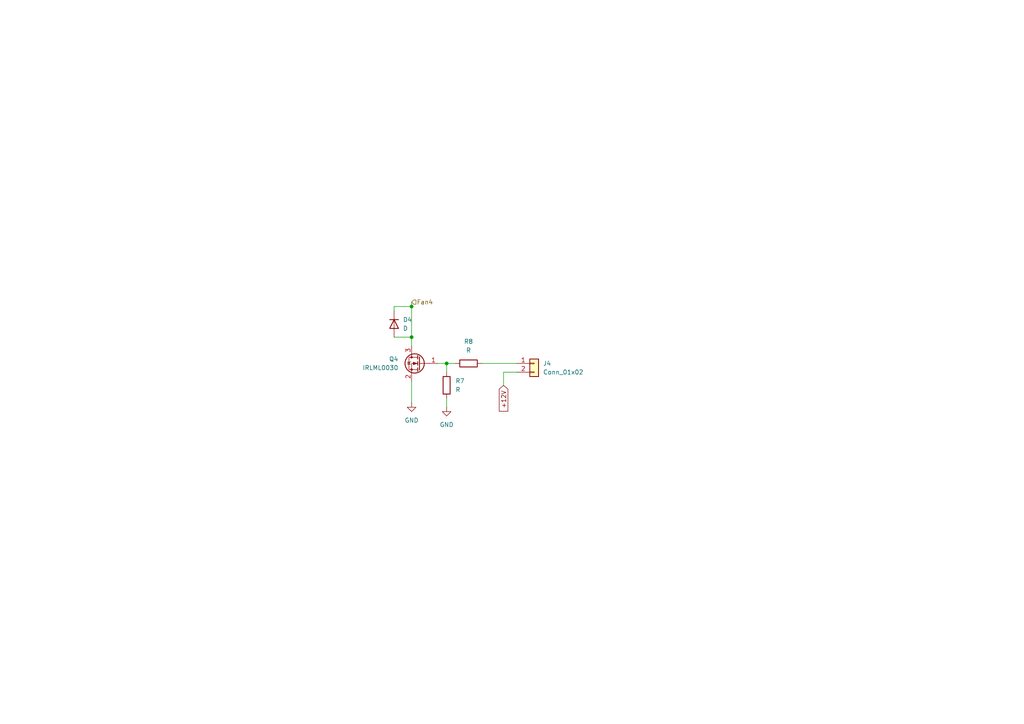
<source format=kicad_sch>
(kicad_sch (version 20231120) (generator "eeschema") (generator_version "8.0")
  (paper "A4")
  (lib_symbols
    (symbol "Connector_Generic:Conn_01x02" (pin_names (offset 1.016) hide)
      (property "Reference" "J" (at 0 2.54 0))
      (property "Value" "Conn_01x02" (at 0 -5.08 0))
      (symbol "Conn_01x02_1_1"
        (rectangle (start -1.27 -2.413) (end 0 -2.667) (stroke (width 0.1524)))
        (rectangle (start -1.27 0.127) (end 0 -0.127) (stroke (width 0.1524)))
        (rectangle (start -1.27 1.27) (end 1.27 -3.81) (stroke (width 0.254)) (fill (type background)))
        (pin passive line (at -5.08 0 0) (length 3.81) (name "Pin_1") (number "1"))
        (pin passive line (at -5.08 -2.54 0) (length 3.81) (name "Pin_2") (number "2"))
      )
    )
    (symbol "Device:D" (pin_numbers hide) (pin_names (offset 1.016) hide)
      (property "Reference" "D" (at 0 2.54 0))
      (property "Value" "D" (at 0 -2.54 0))
      (symbol "D_0_1"
        (polyline (pts (xy -1.27 1.27) (xy -1.27 -1.27)) (stroke (width 0.254)))
        (polyline (pts (xy 1.27 0) (xy -1.27 0)))
        (polyline (pts (xy 1.27 1.27) (xy 1.27 -1.27) (xy -1.27 0) (xy 1.27 1.27)) (stroke (width 0.254)))
      )
      (symbol "D_1_1"
        (pin passive line (at -3.81 0 0) (length 2.54) (name "K") (number "1"))
        (pin passive line (at 3.81 0 180) (length 2.54) (name "A") (number "2"))
      )
    )
    (symbol "Device:R" (pin_numbers hide) (pin_names (offset 0))
      (property "Reference" "R" (at 2.032 0 90))
      (property "Value" "R" (at 0 0 90))
      (symbol "R_0_1"
        (rectangle (start -1.016 -2.54) (end 1.016 2.54) (stroke (width 0.254)))
      )
      (symbol "R_1_1"
        (pin passive line (at 0 3.81 270) (length 1.27) (name "~") (number "1"))
        (pin passive line (at 0 -3.81 90) (length 1.27) (name "~") (number "2"))
      )
    )
    (symbol "Transistor_FET:IRLML0030" (pin_names hide)
      (property "Reference" "Q" (at 5.08 1.905 0))
      (property "Value" "IRLML0030" (at 5.08 0 0))
      (symbol "IRLML0030_0_1"
        (polyline (pts (xy 0.254 0) (xy -2.54 0)))
        (polyline (pts (xy 0.254 1.905) (xy 0.254 -1.905)) (stroke (width 0.254)))
        (polyline (pts (xy 0.762 -1.27) (xy 0.762 -2.286)) (stroke (width 0.254)))
        (polyline (pts (xy 0.762 0.508) (xy 0.762 -0.508)) (stroke (width 0.254)))
        (polyline (pts (xy 0.762 2.286) (xy 0.762 1.27)) (stroke (width 0.254)))
        (polyline (pts (xy 2.54 2.54) (xy 2.54 1.778)))
        (polyline (pts (xy 2.54 -2.54) (xy 2.54 0) (xy 0.762 0)))
        (polyline (pts (xy 0.762 -1.778) (xy 3.302 -1.778) (xy 3.302 1.778) (xy 0.762 1.778)))
        (polyline (pts (xy 1.016 0) (xy 2.032 0.381) (xy 2.032 -0.381) (xy 1.016 0)) (fill (type outline)))
        (polyline (pts (xy 2.794 0.508) (xy 2.921 0.381) (xy 3.683 0.381) (xy 3.81 0.254)))
        (polyline (pts (xy 3.302 0.381) (xy 2.921 -0.254) (xy 3.683 -0.254) (xy 3.302 0.381)))
        (circle (center 1.651 0) (radius 2.794) (stroke (width 0.254)))
        (circle (center 2.54 -1.778) (radius 0.254) (fill (type outline)))
        (circle (center 2.54 1.778) (radius 0.254) (fill (type outline)))
      )
      (symbol "IRLML0030_1_1"
        (pin input line (at -5.08 0 0) (length 2.54) (name "G") (number "1"))
        (pin passive line (at 2.54 -5.08 90) (length 2.54) (name "S") (number "2"))
        (pin passive line (at 2.54 5.08 270) (length 2.54) (name "D") (number "3"))
      )
    )
    (symbol "power:GND" (power) (pin_numbers hide) (pin_names (offset 0) hide)
      (property "Value" "GND" (at 0 -3.81 0))
      (symbol "GND_0_1"
        (polyline (pts (xy 0 0) (xy 0 -1.27) (xy 1.27 -1.27) (xy 0 -2.54) (xy -1.27 -1.27) (xy 0 -1.27)))
      )
      (symbol "GND_1_1"
        (pin power_in line (at 0 0 270) (length 0) (name "~") (number "1"))
      )
    )
  )
  (junction (at 119.38 88.9))
  (junction (at 119.38 97.79))
  (junction (at 129.54 105.41))
  (wire (pts (xy 119.38 88.9) (xy 114.3 88.9)))
  (wire (pts (xy 146.05 107.95) (xy 146.05 111.76)))
  (wire (pts (xy 119.38 88.9) (xy 119.38 97.79)))
  (wire (pts (xy 139.7 105.41) (xy 149.86 105.41)))
  (wire (pts (xy 129.54 105.41) (xy 129.54 107.95)))
  (wire (pts (xy 114.3 97.79) (xy 119.38 97.79)))
  (wire (pts (xy 114.3 88.9) (xy 114.3 90.17)))
  (wire (pts (xy 129.54 105.41) (xy 132.08 105.41)))
  (wire (pts (xy 149.86 107.95) (xy 146.05 107.95)))
  (wire (pts (xy 129.54 115.57) (xy 129.54 118.11)))
  (wire (pts (xy 119.38 97.79) (xy 119.38 100.33)))
  (wire (pts (xy 119.38 87.63) (xy 119.38 88.9)))
  (wire (pts (xy 127 105.41) (xy 129.54 105.41)))
  (wire (pts (xy 119.38 110.49) (xy 119.38 116.84)))
  (global_label "+12V" (shape input) (at 146.05 111.76 270) (property "Intersheetrefs" "${INTERSHEET_REFS}" (effects (hide yes))))
  (hierarchical_label "Fan4" (shape input) (at 119.38 87.63 0))
  (symbol (lib_id "Connector_Generic:Conn_01x02") (at 154.94 105.41 0) (unit 1)
    (property "Reference" "J4" (at 157.48 105.4099 0) (effects (justify left)))
    (property "Value" "Conn_01x02" (at 157.48 107.9499 0) (effects (justify left)))
    (property "Footprint" "Connector:Molex_MicroFit3.0_1x2xP3.00mm_PolarizingPeg_Vertical" (effects (hide yes)))
    (property "Description" "Generic connector, single row, 01x02, script generated (kicad-library-utils/schlib/autogen/connector/)" (effects (hide yes)))
  )
  (symbol (lib_id "Device:D") (at 114.3 93.98 270) (unit 1)
    (property "Reference" "D4" (at 116.84 92.7099 90) (effects (justify left)))
    (property "Value" "D" (at 116.84 95.2499 90) (effects (justify left)))
    (property "Footprint" "Diode_SMD:D_0805_2012Metric" (effects (hide yes)))
    (property "Description" "Diode" (effects (hide yes)))
    (property "Sim.Device" "D" (effects (hide yes)))
    (property "Sim.Pins" "1=K 2=A" (effects (hide yes)))
  )
  (symbol (lib_id "power:GND") (at 129.54 118.11 0) (unit 1)
    (property "Reference" "#PWR010" (effects (hide yes)))
    (property "Value" "GND" (at 129.54 123.19 0))
    (property "Description" "Power symbol creates a global label with name \"GND\" , ground" (effects (hide yes)))
  )
  (symbol (lib_id "Device:R") (at 135.89 105.41 90) (unit 1)
    (property "Reference" "R8" (at 135.89 99.06 90))
    (property "Value" "R" (at 135.89 101.6 90))
    (property "Footprint" "Resistor_SMD:R_0805_2012Metric" (effects (hide yes)))
    (property "Description" "Resistor" (effects (hide yes)))
  )
  (symbol (lib_id "Transistor_FET:IRLML0030") (at 121.92 105.41 0) (mirror y) (unit 1)
    (property "Reference" "Q4" (at 115.57 104.1399 0) (effects (justify left)))
    (property "Value" "IRLML0030" (at 115.57 106.6799 0) (effects (justify left)))
    (property "Footprint" "Package_TO_SOT_SMD:SOT-23" (effects (hide yes)))
    (property "Datasheet" "https://www.infineon.com/dgdl/irlml0030pbf.pdf?fileId=5546d462533600a401535664773825df" (effects (hide yes)))
    (property "Description" "5.3A Id, 30V Vds, 27mOhm Rds, N-Channel HEXFET Power MOSFET, SOT-23" (effects (hide yes)))
  )
  (symbol (lib_id "power:GND") (at 119.38 116.84 0) (unit 1)
    (property "Reference" "#PWR09" (effects (hide yes)))
    (property "Value" "GND" (at 119.38 121.92 0))
    (property "Description" "Power symbol creates a global label with name \"GND\" , ground" (effects (hide yes)))
  )
  (symbol (lib_id "Device:R") (at 129.54 111.76 0) (unit 1)
    (property "Reference" "R7" (at 132.08 110.4899 0) (effects (justify left)))
    (property "Value" "R" (at 132.08 113.0299 0) (effects (justify left)))
    (property "Footprint" "Resistor_SMD:R_0805_2012Metric" (effects (hide yes)))
    (property "Description" "Resistor" (effects (hide yes)))
  )
)
</source>
